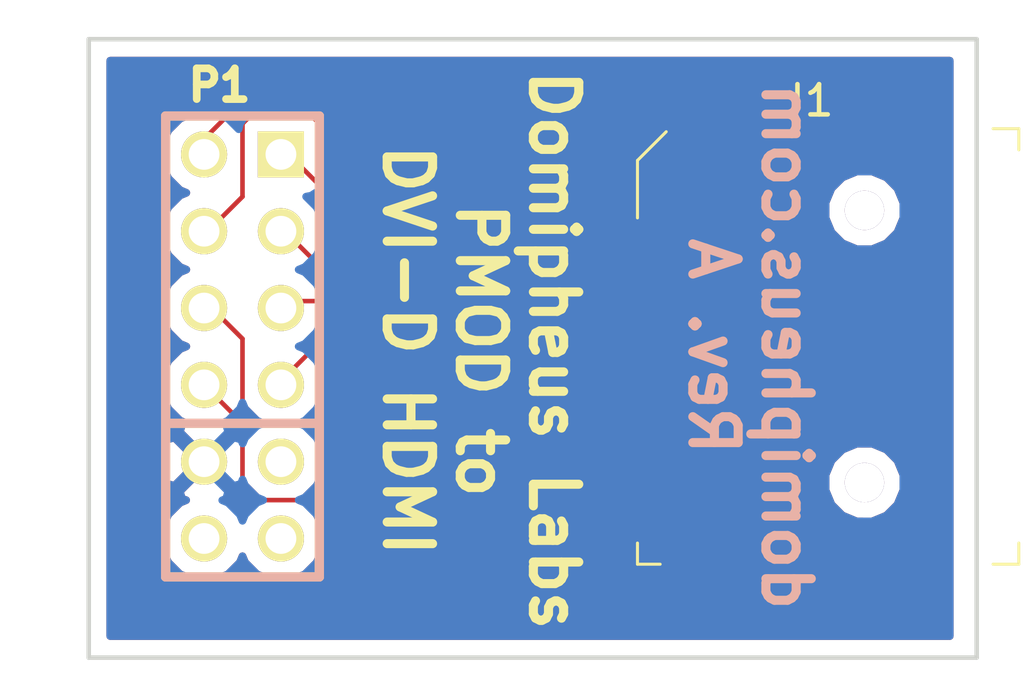
<source format=kicad_pcb>
(kicad_pcb (version 4) (host pcbnew 4.0.7)

  (general
    (links 19)
    (no_connects 0)
    (area 141.046599 92.405599 174.567401 115.620401)
    (thickness 1.6)
    (drawings 11)
    (tracks 79)
    (zones 0)
    (modules 2)
    (nets 17)
  )

  (page A4)
  (layers
    (0 F.Cu signal)
    (31 B.Cu signal)
    (32 B.Adhes user)
    (33 F.Adhes user)
    (34 B.Paste user)
    (35 F.Paste user)
    (36 B.SilkS user)
    (37 F.SilkS user)
    (38 B.Mask user)
    (39 F.Mask user)
    (40 Dwgs.User user)
    (41 Cmts.User user)
    (42 Eco1.User user hide)
    (43 Eco2.User user)
    (44 Edge.Cuts user)
    (45 Margin user)
    (46 B.CrtYd user)
    (47 F.CrtYd user)
    (48 B.Fab user)
    (49 F.Fab user)
  )

  (setup
    (last_trace_width 0.1524)
    (trace_clearance 0.1524)
    (zone_clearance 0.508)
    (zone_45_only no)
    (trace_min 0.1524)
    (segment_width 0.2)
    (edge_width 0.15)
    (via_size 0.6)
    (via_drill 0.4)
    (via_min_size 0.4)
    (via_min_drill 0.3)
    (uvia_size 0.3)
    (uvia_drill 0.1)
    (uvias_allowed no)
    (uvia_min_size 0.2)
    (uvia_min_drill 0.1)
    (pcb_text_width 0.3)
    (pcb_text_size 1.5 1.5)
    (mod_edge_width 0.15)
    (mod_text_size 1 1)
    (mod_text_width 0.15)
    (pad_size 0.28 2.6)
    (pad_drill 0)
    (pad_to_mask_clearance 0.2)
    (aux_axis_origin 0 0)
    (visible_elements 7FFFFFFF)
    (pcbplotparams
      (layerselection 0x01030_80000001)
      (usegerberextensions false)
      (excludeedgelayer true)
      (linewidth 0.100000)
      (plotframeref false)
      (viasonmask false)
      (mode 1)
      (useauxorigin false)
      (hpglpennumber 1)
      (hpglpenspeed 20)
      (hpglpendiameter 15)
      (hpglpenoverlay 2)
      (psnegative false)
      (psa4output false)
      (plotreference true)
      (plotvalue true)
      (plotinvisibletext false)
      (padsonsilk false)
      (subtractmaskfromsilk false)
      (outputformat 1)
      (mirror false)
      (drillshape 0)
      (scaleselection 1)
      (outputdirectory ./))
  )

  (net 0 "")
  (net 1 CLK_P)
  (net 2 TMDS0_N)
  (net 3 GND)
  (net 4 TMDS0_P)
  (net 5 TMDS1_N)
  (net 6 TMDS1_P)
  (net 7 TMDS2_N)
  (net 8 TMDS2_P)
  (net 9 CLK_N)
  (net 10 "Net-(J1-Pad14)")
  (net 11 "Net-(J1-Pad15)")
  (net 12 "Net-(J1-Pad16)")
  (net 13 "Net-(J1-Pad19)")
  (net 14 "Net-(P1-Pad6)")
  (net 15 "Net-(P1-Pad12)")
  (net 16 "Net-(P1-Pad5)")

  (net_class Default "This is the default net class."
    (clearance 0.1524)
    (trace_width 0.1524)
    (via_dia 0.6)
    (via_drill 0.4)
    (uvia_dia 0.3)
    (uvia_drill 0.1)
    (add_net CLK_N)
    (add_net CLK_P)
    (add_net GND)
    (add_net "Net-(J1-Pad14)")
    (add_net "Net-(J1-Pad15)")
    (add_net "Net-(J1-Pad16)")
    (add_net "Net-(J1-Pad19)")
    (add_net "Net-(P1-Pad12)")
    (add_net "Net-(P1-Pad5)")
    (add_net "Net-(P1-Pad6)")
    (add_net TMDS0_N)
    (add_net TMDS0_P)
    (add_net TMDS1_N)
    (add_net TMDS1_P)
    (add_net TMDS2_N)
    (add_net TMDS2_P)
  )

  (net_class 0 ""
    (clearance 0.1524)
    (trace_width 0.1524)
    (via_dia 0.6)
    (via_drill 0.4)
    (uvia_dia 0.3)
    (uvia_drill 0.1)
  )

  (module digikey-footprints:HDMI_A_Female_2000-1-2-41-00-BK (layer F.Cu) (tedit 5B16B7D6) (tstamp 5B12AB03)
    (at 167.64 104.013 270)
    (descr http://media.digikey.com/pdf/Data%20Sheets/CNC%20Tech%20PDFs/HDMI_A_Female_2000-1-2-41-00-BK_Dwg.pdf)
    (path /5B12A019)
    (fp_text reference J1 (at -8.128 0.381 360) (layer F.SilkS)
      (effects (font (size 1 1) (thickness 0.15)))
    )
    (fp_text value HDMI (at -0.127 -1.016 270) (layer F.Fab)
      (effects (font (size 1 1) (thickness 0.15)))
    )
    (fp_line (start -9 6.25) (end -9 -6.75) (layer F.CrtYd) (width 0.05))
    (fp_line (start 9 6.25) (end -9 6.25) (layer F.CrtYd) (width 0.05))
    (fp_line (start 9 -6.75) (end 9 6.25) (layer F.CrtYd) (width 0.05))
    (fp_line (start -9 -6.75) (end 9 -6.75) (layer F.CrtYd) (width 0.05))
    (fp_line (start 7.2 6) (end 6.5 6) (layer F.SilkS) (width 0.1))
    (fp_line (start 7.2 5.25) (end 7.2 6) (layer F.SilkS) (width 0.1))
    (fp_line (start -6.15 6) (end -7.1 5.05) (layer F.SilkS) (width 0.1))
    (fp_line (start -4.25 6) (end -6.15 6) (layer F.SilkS) (width 0.1))
    (fp_line (start 7.2 -6.6) (end 7.2 -5.75) (layer F.SilkS) (width 0.1))
    (fp_line (start 6.5 -6.6) (end 7.2 -6.6) (layer F.SilkS) (width 0.1))
    (fp_line (start -7.2 -6.6) (end -6.5 -6.6) (layer F.SilkS) (width 0.1))
    (fp_line (start -7.2 -5.75) (end -7.2 -6.6) (layer F.SilkS) (width 0.1))
    (fp_line (start -7 4.75) (end -6 5.75) (layer F.Fab) (width 0.1))
    (fp_line (start -7 -6.39) (end 7 -6.39) (layer F.Fab) (width 0.1))
    (fp_line (start -7 4.75) (end -7 -6.39) (layer F.Fab) (width 0.1))
    (fp_line (start 7 5.76) (end -6 5.76) (layer F.Fab) (width 0.1))
    (fp_line (start 7 5.76) (end 7 -6.39) (layer F.Fab) (width 0.1))
    (pad 10 smd rect (at 0 4.46 270) (size 0.28 2.6) (layers F.Cu F.Paste F.Mask)
      (net 1 CLK_P) (solder_mask_margin 0.05))
    (pad 9 smd rect (at -0.5 4.46 270) (size 0.28 2.6) (layers F.Cu F.Paste F.Mask)
      (net 2 TMDS0_N) (solder_mask_margin 0.05))
    (pad 8 smd rect (at -1 4.46 270) (size 0.28 2.6) (layers F.Cu F.Paste F.Mask)
      (net 3 GND) (solder_mask_margin 0.05))
    (pad 7 smd rect (at -1.5 4.46 270) (size 0.28 2.6) (layers F.Cu F.Paste F.Mask)
      (net 4 TMDS0_P) (solder_mask_margin 0.05))
    (pad 6 smd rect (at -2 4.46 270) (size 0.28 2.6) (layers F.Cu F.Paste F.Mask)
      (net 5 TMDS1_N) (solder_mask_margin 0.05))
    (pad 5 smd rect (at -2.5 4.46 270) (size 0.28 2.6) (layers F.Cu F.Paste F.Mask)
      (net 3 GND) (solder_mask_margin 0.05))
    (pad 4 smd rect (at -3 4.46 270) (size 0.28 2.6) (layers F.Cu F.Paste F.Mask)
      (net 6 TMDS1_P) (solder_mask_margin 0.05))
    (pad 3 smd rect (at -3.5 4.46 270) (size 0.28 2.6) (layers F.Cu F.Paste F.Mask)
      (net 7 TMDS2_N) (solder_mask_margin 0.05))
    (pad b2 smd rect (at -4 4.46 270) (size 0.28 2.6) (layers F.Cu F.Paste F.Mask)
      (net 3 GND) (solder_mask_margin 0.05))
    (pad 1 smd rect (at -4.5 4.46 270) (size 0.28 2.6) (layers F.Cu F.Paste F.Mask)
      (net 8 TMDS2_P) (solder_mask_margin 0.05))
    (pad 11 smd rect (at 0.5 4.46 270) (size 0.28 2.6) (layers F.Cu F.Paste F.Mask)
      (net 3 GND) (solder_mask_margin 0.05))
    (pad 12 smd rect (at 1 4.46 270) (size 0.28 2.6) (layers F.Cu F.Paste F.Mask)
      (net 9 CLK_N) (solder_mask_margin 0.05))
    (pad 13 smd rect (at 1.5 4.46 270) (size 0.28 2.6) (layers F.Cu F.Paste F.Mask)
      (net 3 GND) (solder_mask_margin 0.05))
    (pad 14 smd rect (at 2 4.46 270) (size 0.28 2.6) (layers F.Cu F.Paste F.Mask)
      (net 10 "Net-(J1-Pad14)") (solder_mask_margin 0.05))
    (pad 15 smd rect (at 2.5 4.46 270) (size 0.28 2.6) (layers F.Cu F.Paste F.Mask)
      (net 11 "Net-(J1-Pad15)") (solder_mask_margin 0.05))
    (pad 16 smd rect (at 3 4.46 270) (size 0.28 2.6) (layers F.Cu F.Paste F.Mask)
      (net 12 "Net-(J1-Pad16)") (solder_mask_margin 0.05))
    (pad 17 smd rect (at 3.5 4.46 270) (size 0.28 2.6) (layers F.Cu F.Paste F.Mask)
      (net 3 GND) (solder_mask_margin 0.05))
    (pad 18 smd rect (at 4 4.46 270) (size 0.28 2.6) (layers F.Cu F.Paste F.Mask)
      (net 3 GND) (solder_mask_margin 0.05))
    (pad 19 smd rect (at 4.5 4.46 270) (size 0.28 2.6) (layers F.Cu F.Paste F.Mask)
      (net 13 "Net-(J1-Pad19)") (solder_mask_margin 0.05))
    (pad 17 smd rect (at -8.05 3.7 270) (size 1.3 2.2) (layers F.Cu F.Paste F.Mask)
      (net 3 GND))
    (pad 17 smd rect (at 8.05 3.7 270) (size 1.3 2.2) (layers F.Cu F.Paste F.Mask)
      (net 3 GND))
    (pad 17 smd rect (at 8.05 -2.26 270) (size 1.3 1.4) (layers F.Cu F.Paste F.Mask)
      (net 3 GND))
    (pad 17 smd rect (at -8.05 -2.26 270) (size 1.3 1.4) (layers F.Cu F.Paste F.Mask)
      (net 3 GND))
    (pad "" thru_hole circle (at -4.5 -1.5 270) (size 1.3 1.3) (drill 1.3) (layers *.Cu))
    (pad "" thru_hole circle (at 4.5 -1.5 270) (size 1.3 1.3) (drill 1.3) (layers *.Cu))
  )

  (module pmod-conn_6x2:pmod_pin_array_6x2 (layer F.Cu) (tedit 5B151749) (tstamp 5B12AB46)
    (at 148.59 104.013)
    (descr "QMOD Pin Header 2 x 6 pins")
    (tags CONN)
    (path /5B12A62D)
    (fp_text reference P1 (at -0.762 -8.636) (layer F.SilkS)
      (effects (font (size 1.016 1.016) (thickness 0.254)))
    )
    (fp_text value "High Speed PMOD" (at -3.5 0 90) (layer Dwgs.User) hide
      (effects (font (size 1.016 1.016) (thickness 0.2032)))
    )
    (fp_line (start 2.54 2.54) (end -2.54 2.54) (layer F.SilkS) (width 0.3048))
    (fp_line (start 2.54 2.54) (end -2.54 2.54) (layer B.SilkS) (width 0.3048))
    (fp_line (start 2.54 -7.62) (end -2.54 -7.62) (layer B.SilkS) (width 0.3048))
    (fp_line (start 2.54 7.62) (end 2.54 -7.62) (layer B.SilkS) (width 0.3048))
    (fp_line (start -2.54 7.62) (end 2.54 7.62) (layer B.SilkS) (width 0.3048))
    (fp_line (start -2.54 -7.62) (end -2.54 7.62) (layer B.SilkS) (width 0.3048))
    (fp_text user 0.45" (at -7.5 4.75 90) (layer Dwgs.User)
      (effects (font (size 0.5 0.5) (thickness 0.125)))
    )
    (fp_line (start -6.985 11.43) (end -6.604 11.049) (layer Dwgs.User) (width 0.05))
    (fp_line (start -6.985 11.43) (end -7.366 11.049) (layer Dwgs.User) (width 0.05))
    (fp_line (start -6.604 0.381) (end -6.985 0) (layer Dwgs.User) (width 0.05))
    (fp_line (start -6.985 0) (end -7.366 0.381) (layer Dwgs.User) (width 0.05))
    (fp_line (start -6.985 0) (end -6.985 11.43) (layer Dwgs.User) (width 0.05))
    (fp_line (start 2.54 -11.43) (end 3.175 -11.43) (layer Dwgs.User) (width 0.05))
    (fp_line (start 1.27 -11.43) (end 1.905 -11.43) (layer Dwgs.User) (width 0.05))
    (fp_line (start 1.27 11.43) (end 1.905 11.43) (layer Dwgs.User) (width 0.05))
    (fp_line (start 0 11.43) (end 0.635 11.43) (layer Dwgs.User) (width 0.05))
    (fp_line (start -1.27 11.43) (end -0.635 11.43) (layer Dwgs.User) (width 0.05))
    (fp_line (start -2.54 11.43) (end -1.905 11.43) (layer Dwgs.User) (width 0.05))
    (fp_line (start -3.81 11.43) (end -3.175 11.43) (layer Dwgs.User) (width 0.05))
    (fp_line (start -5.08 11.43) (end -4.445 11.43) (layer Dwgs.User) (width 0.05))
    (fp_line (start 0 -11.43) (end 0.635 -11.43) (layer Dwgs.User) (width 0.05))
    (fp_line (start -1.27 -11.43) (end -0.635 -11.43) (layer Dwgs.User) (width 0.05))
    (fp_line (start -2.54 -11.43) (end -1.905 -11.43) (layer Dwgs.User) (width 0.05))
    (fp_line (start -3.81 -11.43) (end -3.175 -11.43) (layer Dwgs.User) (width 0.05))
    (fp_line (start -5.08 -11.43) (end -4.445 -11.43) (layer Dwgs.User) (width 0.05))
    (fp_text user 0.4" (at -6.25 4.75 90) (layer Dwgs.User)
      (effects (font (size 0.5 0.5) (thickness 0.125)))
    )
    (fp_line (start -5.842 10.16) (end -6.223 9.779) (layer Dwgs.User) (width 0.05))
    (fp_line (start -5.842 0) (end -5.842 10.16) (layer Dwgs.User) (width 0.05))
    (fp_line (start -5.842 10.16) (end -5.461 9.779) (layer Dwgs.User) (width 0.05))
    (fp_line (start -5.842 0) (end -5.461 0.381) (layer Dwgs.User) (width 0.05))
    (fp_line (start -5.842 0) (end -6.223 0.381) (layer Dwgs.User) (width 0.05))
    (fp_line (start -5.08 8.89) (end -4.826 9.144) (layer Dwgs.User) (width 0.05))
    (fp_line (start 0 8.89) (end -5.08 8.89) (layer Dwgs.User) (width 0.05))
    (fp_line (start -5.08 8.89) (end -4.826 8.636) (layer Dwgs.User) (width 0.05))
    (fp_line (start -0.254 8.636) (end 0 8.89) (layer Dwgs.User) (width 0.05))
    (fp_line (start 0 8.89) (end -0.254 9.144) (layer Dwgs.User) (width 0.05))
    (fp_text user 0.20" (at -2.5 8.5 180) (layer Dwgs.User)
      (effects (font (size 0.5 0.5) (thickness 0.125)))
    )
    (fp_line (start 0 -10.16) (end -5.08 -10.16) (layer Dwgs.User) (width 0.05))
    (fp_line (start 0 10.16) (end -5.08 10.16) (layer Dwgs.User) (width 0.05))
    (fp_text user "Board Edge" (at -5.25 9.5 90) (layer Dwgs.User)
      (effects (font (size 0.127 0.127) (thickness 0.03175)))
    )
    (fp_line (start -5.08 10.16) (end -5.08 -10.16) (layer Dwgs.User) (width 0.05))
    (fp_line (start -2.54 -7.62) (end -2.54 7.62) (layer F.SilkS) (width 0.3048))
    (fp_line (start -2.54 7.62) (end 2.54 7.62) (layer F.SilkS) (width 0.3048))
    (fp_line (start 2.54 7.62) (end 2.54 -7.62) (layer F.SilkS) (width 0.3048))
    (fp_line (start 2.54 -7.62) (end -2.54 -7.62) (layer F.SilkS) (width 0.3048))
    (pad 1 thru_hole rect (at 1.27 -6.35) (size 1.524 1.524) (drill 1.016) (layers *.Cu *.Mask F.SilkS)
      (net 6 TMDS1_P))
    (pad 7 thru_hole circle (at -1.27 -6.35 270) (size 1.524 1.524) (drill 1.016) (layers *.Cu *.Mask F.SilkS)
      (net 8 TMDS2_P))
    (pad 2 thru_hole circle (at 1.27 -3.81 270) (size 1.524 1.524) (drill 1.016) (layers *.Cu *.Mask F.SilkS)
      (net 5 TMDS1_N))
    (pad 8 thru_hole circle (at -1.27 -3.81 270) (size 1.524 1.524) (drill 1.016) (layers *.Cu *.Mask F.SilkS)
      (net 7 TMDS2_N))
    (pad 3 thru_hole circle (at 1.27 -1.27 270) (size 1.524 1.524) (drill 1.016) (layers *.Cu *.Mask F.SilkS)
      (net 4 TMDS0_P))
    (pad 9 thru_hole circle (at -1.27 -1.27 270) (size 1.524 1.524) (drill 1.016) (layers *.Cu *.Mask F.SilkS)
      (net 1 CLK_P))
    (pad 4 thru_hole circle (at 1.27 1.27 270) (size 1.524 1.524) (drill 1.016) (layers *.Cu *.Mask F.SilkS)
      (net 2 TMDS0_N))
    (pad 10 thru_hole circle (at -1.27 1.27 270) (size 1.524 1.524) (drill 1.016) (layers *.Cu *.Mask F.SilkS)
      (net 9 CLK_N))
    (pad 5 thru_hole circle (at 1.27 3.81 270) (size 1.524 1.524) (drill 1.016) (layers *.Cu *.Mask F.SilkS)
      (net 16 "Net-(P1-Pad5)"))
    (pad 11 thru_hole circle (at -1.27 3.81 270) (size 1.524 1.524) (drill 1.016) (layers *.Cu *.Mask F.SilkS)
      (net 3 GND))
    (pad 6 thru_hole circle (at 1.27 6.35 270) (size 1.524 1.524) (drill 1.016) (layers *.Cu *.Mask F.SilkS)
      (net 14 "Net-(P1-Pad6)"))
    (pad 12 thru_hole circle (at -1.27 6.35 270) (size 1.524 1.524) (drill 1.016) (layers *.Cu *.Mask F.SilkS)
      (net 15 "Net-(P1-Pad12)"))
    (model /usr/share/kicad/modules/packages3d/Socket_Strips.3dshapes/Socket_Strip_Angled_2x06.wrl
      (at (xyz 0 0.2 0))
      (scale (xyz 1 1 1))
      (rotate (xyz 0 0 180))
    )
  )

  (gr_line (start 143.51 93.853) (end 172.847 93.853) (angle 90) (layer Edge.Cuts) (width 0.15))
  (gr_line (start 172.847 114.3) (end 143.51 114.3) (angle 90) (layer Edge.Cuts) (width 0.15))
  (gr_line (start 172.847 93.853) (end 172.847 114.3) (angle 90) (layer Edge.Cuts) (width 0.15))
  (gr_line (start 143.51 114.3) (end 143.51 93.853) (angle 90) (layer Edge.Cuts) (width 0.15))
  (gr_text "domipheus.com\nRev. A" (at 165.354 104.013 270) (layer B.SilkS)
    (effects (font (size 1.5 1.5) (thickness 0.3)) (justify mirror))
  )
  (gr_text "Domipheus Labs\nPMOD to\nDVI-D HDMI" (at 156.464 104.14 270) (layer F.SilkS)
    (effects (font (size 1.5 1.5) (thickness 0.3)))
  )
  (gr_line (start 143.51 93.853) (end 143.51 93.98) (angle 90) (layer Eco1.User) (width 0.2))
  (gr_line (start 172.847 93.853) (end 143.51 93.853) (angle 90) (layer Eco1.User) (width 0.2))
  (gr_line (start 172.847 114.3) (end 172.847 93.853) (angle 90) (layer Eco1.User) (width 0.2))
  (gr_line (start 143.51 114.3) (end 172.847 114.3) (angle 90) (layer Eco1.User) (width 0.2))
  (gr_line (start 143.51 93.98) (end 143.51 114.3) (angle 90) (layer Eco1.User) (width 0.2))

  (segment (start 147.32 102.743) (end 147.574 102.743) (width 0.1524) (layer F.Cu) (net 1))
  (segment (start 147.574 102.743) (end 148.59 103.759) (width 0.1524) (layer F.Cu) (net 1) (tstamp 5B12BC8C))
  (segment (start 148.59 103.759) (end 148.59 105.918) (width 0.1524) (layer F.Cu) (net 1) (tstamp 5B12BC8D))
  (segment (start 148.59 105.918) (end 149.225 106.553) (width 0.1524) (layer F.Cu) (net 1) (tstamp 5B12BC91))
  (segment (start 149.225 106.553) (end 150.876 106.553) (width 0.1524) (layer F.Cu) (net 1) (tstamp 5B12BC93))
  (segment (start 150.876 106.553) (end 153.416 104.013) (width 0.1524) (layer F.Cu) (net 1) (tstamp 5B12BC95))
  (segment (start 153.416 104.013) (end 163.18 104.013) (width 0.1524) (layer F.Cu) (net 1) (tstamp 5B12BC9C))
  (segment (start 149.86 105.283) (end 149.86 105.156) (width 0.1524) (layer F.Cu) (net 2))
  (segment (start 149.86 105.156) (end 151.503 103.513) (width 0.1524) (layer F.Cu) (net 2) (tstamp 5B12BC3F))
  (segment (start 151.503 103.513) (end 163.18 103.513) (width 0.1524) (layer F.Cu) (net 2) (tstamp 5B12BC44))
  (segment (start 149.987 105.283) (end 149.86 105.283) (width 0.1524) (layer F.Cu) (net 2) (tstamp 5B12BC2A))
  (segment (start 163.94 95.963) (end 169.9 95.963) (width 0.1524) (layer F.Cu) (net 3))
  (segment (start 163.94 95.963) (end 166.038 95.963) (width 0.1524) (layer F.Cu) (net 3))
  (segment (start 166.37 96.295) (end 166.37 99.314) (width 0.1524) (layer F.Cu) (net 3) (tstamp 5B14E040))
  (segment (start 166.038 95.963) (end 166.37 96.295) (width 0.1524) (layer F.Cu) (net 3) (tstamp 5B14E03F))
  (segment (start 166.37 99.314) (end 166.37 99.441) (width 0.1524) (layer F.Cu) (net 3) (tstamp 5B14E041))
  (segment (start 166.37 99.441) (end 166.37 99.314) (width 0.1524) (layer F.Cu) (net 3) (tstamp 5B14E043))
  (segment (start 166.37 99.314) (end 166.37 99.314) (width 0.2) (layer F.Cu) (net 3))
  (segment (start 166.37 99.314) (end 165.671 100.013) (width 0.2) (layer F.Cu) (net 3) (tstamp 5B14E044))
  (segment (start 165.671 100.013) (end 163.18 100.013) (width 0.2) (layer F.Cu) (net 3))
  (segment (start 166.37 100.711) (end 166.37 99.314) (width 0.2) (layer F.Cu) (net 3))
  (segment (start 163.18 103.013) (end 165.592 103.013) (width 0.2) (layer F.Cu) (net 3))
  (segment (start 165.592 103.013) (end 166.37 102.235) (width 0.2) (layer F.Cu) (net 3) (tstamp 5B12AD80))
  (segment (start 163.18 101.513) (end 165.568 101.513) (width 0.2) (layer F.Cu) (net 3))
  (segment (start 166.37 103.632) (end 166.37 102.235) (width 0.2) (layer F.Cu) (net 3) (tstamp 5B12AD7E))
  (segment (start 166.37 102.235) (end 166.37 101.473) (width 0.2) (layer F.Cu) (net 3) (tstamp 5B12AD85))
  (segment (start 166.37 101.473) (end 166.37 100.711) (width 0.2) (layer F.Cu) (net 3))
  (segment (start 165.568 101.513) (end 166.37 100.711) (width 0.2) (layer F.Cu) (net 3) (tstamp 5B12AD8D))
  (segment (start 166.37 104.648) (end 166.37 103.632) (width 0.2) (layer F.Cu) (net 3) (tstamp 5B12ADD3))
  (segment (start 166.37 103.759) (end 166.37 103.632) (width 0.2) (layer F.Cu) (net 3) (tstamp 5B12AD5F))
  (segment (start 165.616 104.513) (end 166.37 103.759) (width 0.2) (layer F.Cu) (net 3) (tstamp 5B12AD5A))
  (segment (start 163.18 104.513) (end 165.616 104.513) (width 0.2) (layer F.Cu) (net 3))
  (segment (start 166.37 106.68) (end 166.37 104.648) (width 0.2) (layer F.Cu) (net 3) (tstamp 5B12ADCE))
  (segment (start 165.632 105.513) (end 166.37 104.775) (width 0.2) (layer F.Cu) (net 3) (tstamp 5B12AD74))
  (segment (start 166.37 104.775) (end 166.37 104.648) (width 0.2) (layer F.Cu) (net 3) (tstamp 5B12AD7B))
  (segment (start 163.18 105.513) (end 165.632 105.513) (width 0.2) (layer F.Cu) (net 3))
  (segment (start 163.18 107.513) (end 165.537 107.513) (width 0.2) (layer F.Cu) (net 3))
  (segment (start 165.537 107.513) (end 166.37 106.68) (width 0.2) (layer F.Cu) (net 3) (tstamp 5B12ADC3))
  (segment (start 166.37 107.315) (end 166.37 106.68) (width 0.2) (layer F.Cu) (net 3) (tstamp 5B12ADD6))
  (segment (start 165.862 112.063) (end 165.94 112.063) (width 0.25) (layer F.Cu) (net 3))
  (segment (start 165.862 112.063) (end 163.94 112.063) (width 0.25) (layer F.Cu) (net 3) (tstamp 5B12ADDC))
  (segment (start 165.672 108.013) (end 166.37 107.315) (width 0.2) (layer F.Cu) (net 3) (tstamp 5B12ADD5))
  (segment (start 163.18 108.013) (end 165.672 108.013) (width 0.2) (layer F.Cu) (net 3))
  (segment (start 165.94 112.063) (end 166.37 111.633) (width 0.25) (layer F.Cu) (net 3) (tstamp 5B12ADDE))
  (segment (start 166.37 111.633) (end 166.37 107.315) (width 0.25) (layer F.Cu) (net 3) (tstamp 5B12ADE0))
  (segment (start 169.9 112.063) (end 166.927 112.063) (width 0.1524) (layer F.Cu) (net 3))
  (segment (start 166.927 112.063) (end 166.497 111.633) (width 0.1524) (layer F.Cu) (net 3) (tstamp 5B12BD3B))
  (segment (start 163.94 95.963) (end 164.67 95.963) (width 0.1524) (layer F.Cu) (net 3))
  (segment (start 169.9 112.063) (end 169.34 112.063) (width 0.25) (layer F.Cu) (net 3))
  (segment (start 163.18 102.513) (end 150.09 102.513) (width 0.1524) (layer F.Cu) (net 4))
  (segment (start 150.09 102.513) (end 149.86 102.743) (width 0.1524) (layer F.Cu) (net 4) (tstamp 5B12BC4A))
  (segment (start 149.86 100.203) (end 149.987 100.203) (width 0.1524) (layer F.Cu) (net 5))
  (segment (start 149.987 100.203) (end 151.797 102.013) (width 0.1524) (layer F.Cu) (net 5) (tstamp 5B12BCC3))
  (segment (start 151.797 102.013) (end 163.18 102.013) (width 0.1524) (layer F.Cu) (net 5) (tstamp 5B12BCC9))
  (segment (start 149.86 97.663) (end 150.114 97.663) (width 0.1524) (layer F.Cu) (net 6))
  (segment (start 150.114 97.663) (end 153.464 101.013) (width 0.1524) (layer F.Cu) (net 6) (tstamp 5B12BCCD))
  (segment (start 153.464 101.013) (end 163.18 101.013) (width 0.1524) (layer F.Cu) (net 6) (tstamp 5B12BCD2))
  (segment (start 147.32 100.203) (end 147.447 100.203) (width 0.1524) (layer F.Cu) (net 7))
  (segment (start 147.447 100.203) (end 148.59 99.06) (width 0.1524) (layer F.Cu) (net 7) (tstamp 5B12BCD6))
  (segment (start 154.996 100.513) (end 163.18 100.513) (width 0.1524) (layer F.Cu) (net 7) (tstamp 5B12BCEF))
  (segment (start 150.876 96.393) (end 154.996 100.513) (width 0.1524) (layer F.Cu) (net 7) (tstamp 5B12BCDD))
  (segment (start 148.844 96.393) (end 150.876 96.393) (width 0.1524) (layer F.Cu) (net 7) (tstamp 5B12BCDC))
  (segment (start 148.59 96.647) (end 148.844 96.393) (width 0.1524) (layer F.Cu) (net 7) (tstamp 5B12BCDB))
  (segment (start 148.59 99.06) (end 148.59 96.647) (width 0.1524) (layer F.Cu) (net 7) (tstamp 5B12BCD8))
  (segment (start 147.32 100.203) (end 147.32 99.568) (width 0.2) (layer F.Cu) (net 7))
  (segment (start 147.32 97.663) (end 147.32 97.155) (width 0.1524) (layer F.Cu) (net 8))
  (segment (start 147.32 97.155) (end 148.717 95.758) (width 0.1524) (layer F.Cu) (net 8) (tstamp 5B12BCFE))
  (segment (start 148.717 95.758) (end 151.003 95.758) (width 0.1524) (layer F.Cu) (net 8) (tstamp 5B12BCFF))
  (segment (start 151.003 95.758) (end 154.758 99.513) (width 0.1524) (layer F.Cu) (net 8) (tstamp 5B12BD00))
  (segment (start 154.758 99.513) (end 163.18 99.513) (width 0.1524) (layer F.Cu) (net 8) (tstamp 5B12BD01))
  (segment (start 148.59 106.807) (end 148.59 106.553) (width 0.1524) (layer F.Cu) (net 9))
  (segment (start 148.59 106.807) (end 148.59 108.458) (width 0.1524) (layer F.Cu) (net 9) (tstamp 5B12BCA1))
  (segment (start 148.59 108.458) (end 149.225 109.093) (width 0.1524) (layer F.Cu) (net 9) (tstamp 5B12BCA3))
  (segment (start 149.225 109.093) (end 150.495 109.093) (width 0.1524) (layer F.Cu) (net 9) (tstamp 5B12BCA5))
  (segment (start 150.495 109.093) (end 154.575 105.013) (width 0.1524) (layer F.Cu) (net 9) (tstamp 5B12BCA7))
  (segment (start 163.18 105.013) (end 154.575 105.013) (width 0.1524) (layer F.Cu) (net 9) (tstamp 5B12BCAB))
  (segment (start 148.59 106.553) (end 147.32 105.283) (width 0.1524) (layer F.Cu) (net 9) (tstamp 5B12BCB7))
  (segment (start 147.32 105.283) (end 147.32 105.537) (width 0.1524) (layer F.Cu) (net 9))
  (segment (start 147.32 105.283) (end 147.574 105.283) (width 0.2) (layer F.Cu) (net 9))

  (zone (net 3) (net_name GND) (layer F.Cu) (tstamp 5B14DFFE) (hatch edge 0.508)
    (connect_pads (clearance 0.508))
    (min_thickness 0.254)
    (fill yes (arc_segments 16) (thermal_gap 0.508) (thermal_bridge_width 0.508))
    (polygon
      (pts
        (xy 172.085 113.792) (xy 143.891 113.792) (xy 143.891 94.361) (xy 172.085 94.361)
      )
    )
    (filled_polygon
      (pts
        (xy 171.958 113.59) (xy 144.22 113.59) (xy 144.22 112.34875) (xy 162.205 112.34875) (xy 162.205 112.839309)
        (xy 162.301673 113.072698) (xy 162.480301 113.251327) (xy 162.71369 113.348) (xy 163.65425 113.348) (xy 163.813 113.18925)
        (xy 163.813 112.19) (xy 164.067 112.19) (xy 164.067 113.18925) (xy 164.22575 113.348) (xy 165.16631 113.348)
        (xy 165.399699 113.251327) (xy 165.578327 113.072698) (xy 165.675 112.839309) (xy 165.675 112.34875) (xy 168.565 112.34875)
        (xy 168.565 112.839309) (xy 168.661673 113.072698) (xy 168.840301 113.251327) (xy 169.07369 113.348) (xy 169.61425 113.348)
        (xy 169.773 113.18925) (xy 169.773 112.19) (xy 170.027 112.19) (xy 170.027 113.18925) (xy 170.18575 113.348)
        (xy 170.72631 113.348) (xy 170.959699 113.251327) (xy 171.138327 113.072698) (xy 171.235 112.839309) (xy 171.235 112.34875)
        (xy 171.07625 112.19) (xy 170.027 112.19) (xy 169.773 112.19) (xy 168.72375 112.19) (xy 168.565 112.34875)
        (xy 165.675 112.34875) (xy 165.51625 112.19) (xy 164.067 112.19) (xy 163.813 112.19) (xy 162.36375 112.19)
        (xy 162.205 112.34875) (xy 144.22 112.34875) (xy 144.22 107.615302) (xy 145.910856 107.615302) (xy 145.938638 108.170368)
        (xy 146.097603 108.554143) (xy 146.339787 108.623608) (xy 147.140395 107.823) (xy 146.339787 107.022392) (xy 146.097603 107.091857)
        (xy 145.910856 107.615302) (xy 144.22 107.615302) (xy 144.22 97.939661) (xy 145.922758 97.939661) (xy 146.13499 98.453303)
        (xy 146.52763 98.846629) (xy 146.735512 98.932949) (xy 146.529697 99.01799) (xy 146.136371 99.41063) (xy 145.923243 99.9239)
        (xy 145.922758 100.479661) (xy 146.13499 100.993303) (xy 146.52763 101.386629) (xy 146.735512 101.472949) (xy 146.529697 101.55799)
        (xy 146.136371 101.95063) (xy 145.923243 102.4639) (xy 145.922758 103.019661) (xy 146.13499 103.533303) (xy 146.52763 103.926629)
        (xy 146.735512 104.012949) (xy 146.529697 104.09799) (xy 146.136371 104.49063) (xy 145.923243 105.0039) (xy 145.922758 105.559661)
        (xy 146.13499 106.073303) (xy 146.52763 106.466629) (xy 146.719727 106.546395) (xy 146.588857 106.600603) (xy 146.519392 106.842787)
        (xy 147.32 107.643395) (xy 147.334143 107.629253) (xy 147.513748 107.808858) (xy 147.499605 107.823) (xy 147.513748 107.837143)
        (xy 147.334143 108.016748) (xy 147.32 108.002605) (xy 146.519392 108.803213) (xy 146.588857 109.045397) (xy 146.729318 109.095509)
        (xy 146.529697 109.17799) (xy 146.136371 109.57063) (xy 145.923243 110.0839) (xy 145.922758 110.639661) (xy 146.13499 111.153303)
        (xy 146.52763 111.546629) (xy 147.0409 111.759757) (xy 147.596661 111.760242) (xy 148.110303 111.54801) (xy 148.503629 111.15537)
        (xy 148.589949 110.947488) (xy 148.67499 111.153303) (xy 149.06763 111.546629) (xy 149.5809 111.759757) (xy 150.136661 111.760242)
        (xy 150.650303 111.54801) (xy 150.912078 111.286691) (xy 162.205 111.286691) (xy 162.205 111.77725) (xy 162.36375 111.936)
        (xy 163.813 111.936) (xy 163.813 110.93675) (xy 164.067 110.93675) (xy 164.067 111.936) (xy 165.51625 111.936)
        (xy 165.675 111.77725) (xy 165.675 111.286691) (xy 168.565 111.286691) (xy 168.565 111.77725) (xy 168.72375 111.936)
        (xy 169.773 111.936) (xy 169.773 110.93675) (xy 170.027 110.93675) (xy 170.027 111.936) (xy 171.07625 111.936)
        (xy 171.235 111.77725) (xy 171.235 111.286691) (xy 171.138327 111.053302) (xy 170.959699 110.874673) (xy 170.72631 110.778)
        (xy 170.18575 110.778) (xy 170.027 110.93675) (xy 169.773 110.93675) (xy 169.61425 110.778) (xy 169.07369 110.778)
        (xy 168.840301 110.874673) (xy 168.661673 111.053302) (xy 168.565 111.286691) (xy 165.675 111.286691) (xy 165.578327 111.053302)
        (xy 165.399699 110.874673) (xy 165.16631 110.778) (xy 164.22575 110.778) (xy 164.067 110.93675) (xy 163.813 110.93675)
        (xy 163.65425 110.778) (xy 162.71369 110.778) (xy 162.480301 110.874673) (xy 162.301673 111.053302) (xy 162.205 111.286691)
        (xy 150.912078 111.286691) (xy 151.043629 111.15537) (xy 151.256757 110.6421) (xy 151.257242 110.086339) (xy 151.04501 109.572697)
        (xy 151.033061 109.560727) (xy 154.869589 105.7242) (xy 161.26255 105.7242) (xy 161.245 105.74175) (xy 161.245 105.779309)
        (xy 161.249388 105.789902) (xy 161.23256 105.873) (xy 161.23256 106.153) (xy 161.254018 106.267038) (xy 161.23256 106.373)
        (xy 161.23256 106.653) (xy 161.254018 106.767038) (xy 161.23256 106.873) (xy 161.23256 107.153) (xy 161.248568 107.238076)
        (xy 161.245 107.246691) (xy 161.245 107.28425) (xy 161.260097 107.299347) (xy 161.276838 107.388317) (xy 161.351159 107.503816)
        (xy 161.341673 107.513302) (xy 161.248494 107.738256) (xy 161.245 107.74175) (xy 161.245 107.78425) (xy 161.248494 107.787744)
        (xy 161.341673 108.012698) (xy 161.351161 108.022186) (xy 161.283569 108.12111) (xy 161.262729 108.224021) (xy 161.245 108.24175)
        (xy 161.245 108.279309) (xy 161.249388 108.289902) (xy 161.23256 108.373) (xy 161.23256 108.653) (xy 161.276838 108.888317)
        (xy 161.41591 109.104441) (xy 161.62811 109.249431) (xy 161.88 109.30044) (xy 164.48 109.30044) (xy 164.715317 109.256162)
        (xy 164.931441 109.11709) (xy 165.076431 108.90489) (xy 165.104257 108.767481) (xy 167.854777 108.767481) (xy 168.049995 109.239943)
        (xy 168.411155 109.601735) (xy 168.883276 109.797777) (xy 169.394481 109.798223) (xy 169.866943 109.603005) (xy 170.228735 109.241845)
        (xy 170.424777 108.769724) (xy 170.425223 108.258519) (xy 170.230005 107.786057) (xy 169.868845 107.424265) (xy 169.396724 107.228223)
        (xy 168.885519 107.227777) (xy 168.413057 107.422995) (xy 168.051265 107.784155) (xy 167.855223 108.256276) (xy 167.854777 108.767481)
        (xy 165.104257 108.767481) (xy 165.12744 108.653) (xy 165.12744 108.373) (xy 165.111432 108.287924) (xy 165.115 108.279309)
        (xy 165.115 108.24175) (xy 165.099903 108.226653) (xy 165.083162 108.137683) (xy 165.008841 108.022184) (xy 165.018327 108.012698)
        (xy 165.111506 107.787744) (xy 165.115 107.78425) (xy 165.115 107.74175) (xy 165.111506 107.738256) (xy 165.018327 107.513302)
        (xy 165.008839 107.503814) (xy 165.076431 107.40489) (xy 165.097271 107.301979) (xy 165.115 107.28425) (xy 165.115 107.246691)
        (xy 165.110612 107.236098) (xy 165.12744 107.153) (xy 165.12744 106.873) (xy 165.105982 106.758962) (xy 165.12744 106.653)
        (xy 165.12744 106.373) (xy 165.105982 106.258962) (xy 165.12744 106.153) (xy 165.12744 105.873) (xy 165.111432 105.787924)
        (xy 165.115 105.779309) (xy 165.115 105.74175) (xy 165.099903 105.726653) (xy 165.083162 105.637683) (xy 165.002752 105.512723)
        (xy 165.076431 105.40489) (xy 165.097271 105.301979) (xy 165.115 105.28425) (xy 165.115 105.246691) (xy 165.110612 105.236098)
        (xy 165.12744 105.153) (xy 165.12744 104.873) (xy 165.111432 104.787924) (xy 165.115 104.779309) (xy 165.115 104.74175)
        (xy 165.099903 104.726653) (xy 165.083162 104.637683) (xy 165.002752 104.512723) (xy 165.076431 104.40489) (xy 165.097271 104.301979)
        (xy 165.115 104.28425) (xy 165.115 104.246691) (xy 165.110612 104.236098) (xy 165.12744 104.153) (xy 165.12744 103.873)
        (xy 165.105982 103.758962) (xy 165.12744 103.653) (xy 165.12744 103.373) (xy 165.111432 103.287924) (xy 165.115 103.279309)
        (xy 165.115 103.24175) (xy 165.099903 103.226653) (xy 165.083162 103.137683) (xy 165.002752 103.012723) (xy 165.076431 102.90489)
        (xy 165.097271 102.801979) (xy 165.115 102.78425) (xy 165.115 102.746691) (xy 165.110612 102.736098) (xy 165.12744 102.653)
        (xy 165.12744 102.373) (xy 165.105982 102.258962) (xy 165.12744 102.153) (xy 165.12744 101.873) (xy 165.111432 101.787924)
        (xy 165.115 101.779309) (xy 165.115 101.74175) (xy 165.099903 101.726653) (xy 165.083162 101.637683) (xy 165.002752 101.512723)
        (xy 165.076431 101.40489) (xy 165.097271 101.301979) (xy 165.115 101.28425) (xy 165.115 101.246691) (xy 165.110612 101.236098)
        (xy 165.12744 101.153) (xy 165.12744 100.873) (xy 165.105982 100.758962) (xy 165.12744 100.653) (xy 165.12744 100.373)
        (xy 165.111432 100.287924) (xy 165.115 100.279309) (xy 165.115 100.24175) (xy 165.099903 100.226653) (xy 165.083162 100.137683)
        (xy 165.002752 100.012723) (xy 165.076431 99.90489) (xy 165.097271 99.801979) (xy 165.115 99.78425) (xy 165.115 99.767481)
        (xy 167.854777 99.767481) (xy 168.049995 100.239943) (xy 168.411155 100.601735) (xy 168.883276 100.797777) (xy 169.394481 100.798223)
        (xy 169.866943 100.603005) (xy 170.228735 100.241845) (xy 170.424777 99.769724) (xy 170.425223 99.258519) (xy 170.230005 98.786057)
        (xy 169.868845 98.424265) (xy 169.396724 98.228223) (xy 168.885519 98.227777) (xy 168.413057 98.422995) (xy 168.051265 98.784155)
        (xy 167.855223 99.256276) (xy 167.854777 99.767481) (xy 165.115 99.767481) (xy 165.115 99.746691) (xy 165.110612 99.736098)
        (xy 165.12744 99.653) (xy 165.12744 99.373) (xy 165.083162 99.137683) (xy 164.94409 98.921559) (xy 164.73189 98.776569)
        (xy 164.48 98.72556) (xy 161.88 98.72556) (xy 161.644683 98.769838) (xy 161.595013 98.8018) (xy 155.052588 98.8018)
        (xy 152.499538 96.24875) (xy 162.205 96.24875) (xy 162.205 96.739309) (xy 162.301673 96.972698) (xy 162.480301 97.151327)
        (xy 162.71369 97.248) (xy 163.65425 97.248) (xy 163.813 97.08925) (xy 163.813 96.09) (xy 164.067 96.09)
        (xy 164.067 97.08925) (xy 164.22575 97.248) (xy 165.16631 97.248) (xy 165.399699 97.151327) (xy 165.578327 96.972698)
        (xy 165.675 96.739309) (xy 165.675 96.24875) (xy 168.565 96.24875) (xy 168.565 96.739309) (xy 168.661673 96.972698)
        (xy 168.840301 97.151327) (xy 169.07369 97.248) (xy 169.61425 97.248) (xy 169.773 97.08925) (xy 169.773 96.09)
        (xy 170.027 96.09) (xy 170.027 97.08925) (xy 170.18575 97.248) (xy 170.72631 97.248) (xy 170.959699 97.151327)
        (xy 171.138327 96.972698) (xy 171.235 96.739309) (xy 171.235 96.24875) (xy 171.07625 96.09) (xy 170.027 96.09)
        (xy 169.773 96.09) (xy 168.72375 96.09) (xy 168.565 96.24875) (xy 165.675 96.24875) (xy 165.51625 96.09)
        (xy 164.067 96.09) (xy 163.813 96.09) (xy 162.36375 96.09) (xy 162.205 96.24875) (xy 152.499538 96.24875)
        (xy 151.505894 95.255106) (xy 151.403505 95.186691) (xy 162.205 95.186691) (xy 162.205 95.67725) (xy 162.36375 95.836)
        (xy 163.813 95.836) (xy 163.813 94.83675) (xy 164.067 94.83675) (xy 164.067 95.836) (xy 165.51625 95.836)
        (xy 165.675 95.67725) (xy 165.675 95.186691) (xy 168.565 95.186691) (xy 168.565 95.67725) (xy 168.72375 95.836)
        (xy 169.773 95.836) (xy 169.773 94.83675) (xy 170.027 94.83675) (xy 170.027 95.836) (xy 171.07625 95.836)
        (xy 171.235 95.67725) (xy 171.235 95.186691) (xy 171.138327 94.953302) (xy 170.959699 94.774673) (xy 170.72631 94.678)
        (xy 170.18575 94.678) (xy 170.027 94.83675) (xy 169.773 94.83675) (xy 169.61425 94.678) (xy 169.07369 94.678)
        (xy 168.840301 94.774673) (xy 168.661673 94.953302) (xy 168.565 95.186691) (xy 165.675 95.186691) (xy 165.578327 94.953302)
        (xy 165.399699 94.774673) (xy 165.16631 94.678) (xy 164.22575 94.678) (xy 164.067 94.83675) (xy 163.813 94.83675)
        (xy 163.65425 94.678) (xy 162.71369 94.678) (xy 162.480301 94.774673) (xy 162.301673 94.953302) (xy 162.205 95.186691)
        (xy 151.403505 95.186691) (xy 151.275165 95.100937) (xy 151.003 95.0468) (xy 148.717 95.0468) (xy 148.444836 95.100937)
        (xy 148.444834 95.100938) (xy 148.444835 95.100938) (xy 148.214105 95.255106) (xy 147.203314 96.265898) (xy 147.043339 96.265758)
        (xy 146.529697 96.47799) (xy 146.136371 96.87063) (xy 145.923243 97.3839) (xy 145.922758 97.939661) (xy 144.22 97.939661)
        (xy 144.22 94.563) (xy 171.958 94.563)
      )
    )
  )
  (zone (net 3) (net_name GND) (layer B.Cu) (tstamp 5B1518DC) (hatch edge 0.508)
    (connect_pads (clearance 0.508))
    (min_thickness 0.254)
    (fill yes (arc_segments 16) (thermal_gap 0.508) (thermal_bridge_width 0.508))
    (polygon
      (pts
        (xy 172.085 113.792) (xy 143.764 113.792) (xy 143.891 94.361) (xy 172.085 94.361)
      )
    )
    (filled_polygon
      (pts
        (xy 171.958 113.59) (xy 144.22 113.59) (xy 144.22 107.615302) (xy 145.910856 107.615302) (xy 145.938638 108.170368)
        (xy 146.097603 108.554143) (xy 146.339787 108.623608) (xy 147.140395 107.823) (xy 146.339787 107.022392) (xy 146.097603 107.091857)
        (xy 145.910856 107.615302) (xy 144.22 107.615302) (xy 144.22 97.939661) (xy 145.922758 97.939661) (xy 146.13499 98.453303)
        (xy 146.52763 98.846629) (xy 146.735512 98.932949) (xy 146.529697 99.01799) (xy 146.136371 99.41063) (xy 145.923243 99.9239)
        (xy 145.922758 100.479661) (xy 146.13499 100.993303) (xy 146.52763 101.386629) (xy 146.735512 101.472949) (xy 146.529697 101.55799)
        (xy 146.136371 101.95063) (xy 145.923243 102.4639) (xy 145.922758 103.019661) (xy 146.13499 103.533303) (xy 146.52763 103.926629)
        (xy 146.735512 104.012949) (xy 146.529697 104.09799) (xy 146.136371 104.49063) (xy 145.923243 105.0039) (xy 145.922758 105.559661)
        (xy 146.13499 106.073303) (xy 146.52763 106.466629) (xy 146.719727 106.546395) (xy 146.588857 106.600603) (xy 146.519392 106.842787)
        (xy 147.32 107.643395) (xy 148.120608 106.842787) (xy 148.051143 106.600603) (xy 147.910682 106.550491) (xy 148.110303 106.46801)
        (xy 148.503629 106.07537) (xy 148.589949 105.867488) (xy 148.67499 106.073303) (xy 149.06763 106.466629) (xy 149.275512 106.552949)
        (xy 149.069697 106.63799) (xy 148.676371 107.03063) (xy 148.596605 107.222727) (xy 148.542397 107.091857) (xy 148.300213 107.022392)
        (xy 147.499605 107.823) (xy 148.300213 108.623608) (xy 148.542397 108.554143) (xy 148.592509 108.413682) (xy 148.67499 108.613303)
        (xy 149.06763 109.006629) (xy 149.275512 109.092949) (xy 149.069697 109.17799) (xy 148.676371 109.57063) (xy 148.590051 109.778512)
        (xy 148.50501 109.572697) (xy 148.11237 109.179371) (xy 147.920273 109.099605) (xy 148.051143 109.045397) (xy 148.120608 108.803213)
        (xy 147.32 108.002605) (xy 146.519392 108.803213) (xy 146.588857 109.045397) (xy 146.729318 109.095509) (xy 146.529697 109.17799)
        (xy 146.136371 109.57063) (xy 145.923243 110.0839) (xy 145.922758 110.639661) (xy 146.13499 111.153303) (xy 146.52763 111.546629)
        (xy 147.0409 111.759757) (xy 147.596661 111.760242) (xy 148.110303 111.54801) (xy 148.503629 111.15537) (xy 148.589949 110.947488)
        (xy 148.67499 111.153303) (xy 149.06763 111.546629) (xy 149.5809 111.759757) (xy 150.136661 111.760242) (xy 150.650303 111.54801)
        (xy 151.043629 111.15537) (xy 151.256757 110.6421) (xy 151.257242 110.086339) (xy 151.04501 109.572697) (xy 150.65237 109.179371)
        (xy 150.444488 109.093051) (xy 150.650303 109.00801) (xy 150.891252 108.767481) (xy 167.854777 108.767481) (xy 168.049995 109.239943)
        (xy 168.411155 109.601735) (xy 168.883276 109.797777) (xy 169.394481 109.798223) (xy 169.866943 109.603005) (xy 170.228735 109.241845)
        (xy 170.424777 108.769724) (xy 170.425223 108.258519) (xy 170.230005 107.786057) (xy 169.868845 107.424265) (xy 169.396724 107.228223)
        (xy 168.885519 107.227777) (xy 168.413057 107.422995) (xy 168.051265 107.784155) (xy 167.855223 108.256276) (xy 167.854777 108.767481)
        (xy 150.891252 108.767481) (xy 151.043629 108.61537) (xy 151.256757 108.1021) (xy 151.257242 107.546339) (xy 151.04501 107.032697)
        (xy 150.65237 106.639371) (xy 150.444488 106.553051) (xy 150.650303 106.46801) (xy 151.043629 106.07537) (xy 151.256757 105.5621)
        (xy 151.257242 105.006339) (xy 151.04501 104.492697) (xy 150.65237 104.099371) (xy 150.444488 104.013051) (xy 150.650303 103.92801)
        (xy 151.043629 103.53537) (xy 151.256757 103.0221) (xy 151.257242 102.466339) (xy 151.04501 101.952697) (xy 150.65237 101.559371)
        (xy 150.444488 101.473051) (xy 150.650303 101.38801) (xy 151.043629 100.99537) (xy 151.256757 100.4821) (xy 151.257242 99.926339)
        (xy 151.191604 99.767481) (xy 167.854777 99.767481) (xy 168.049995 100.239943) (xy 168.411155 100.601735) (xy 168.883276 100.797777)
        (xy 169.394481 100.798223) (xy 169.866943 100.603005) (xy 170.228735 100.241845) (xy 170.424777 99.769724) (xy 170.425223 99.258519)
        (xy 170.230005 98.786057) (xy 169.868845 98.424265) (xy 169.396724 98.228223) (xy 168.885519 98.227777) (xy 168.413057 98.422995)
        (xy 168.051265 98.784155) (xy 167.855223 99.256276) (xy 167.854777 99.767481) (xy 151.191604 99.767481) (xy 151.04501 99.412697)
        (xy 150.692167 99.059237) (xy 150.857317 99.028162) (xy 151.073441 98.88909) (xy 151.218431 98.67689) (xy 151.26944 98.425)
        (xy 151.26944 96.901) (xy 151.225162 96.665683) (xy 151.08609 96.449559) (xy 150.87389 96.304569) (xy 150.622 96.25356)
        (xy 149.098 96.25356) (xy 148.862683 96.297838) (xy 148.646559 96.43691) (xy 148.501569 96.64911) (xy 148.464508 96.832124)
        (xy 148.11237 96.479371) (xy 147.5991 96.266243) (xy 147.043339 96.265758) (xy 146.529697 96.47799) (xy 146.136371 96.87063)
        (xy 145.923243 97.3839) (xy 145.922758 97.939661) (xy 144.22 97.939661) (xy 144.22 94.563) (xy 171.958 94.563)
      )
    )
  )
)

</source>
